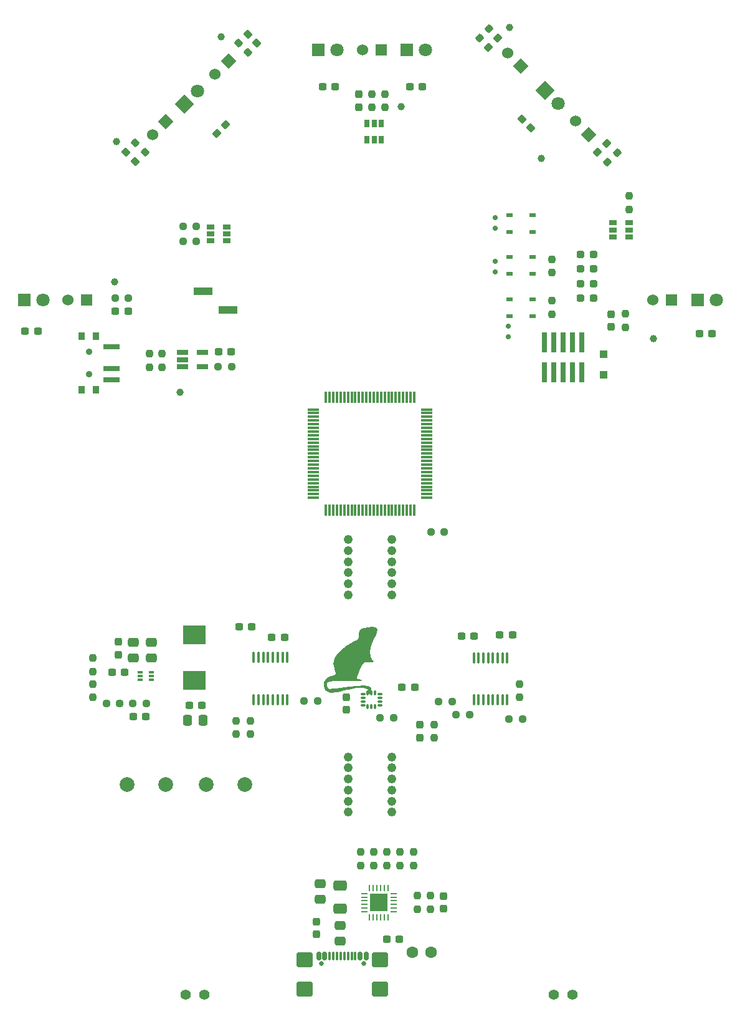
<source format=gbr>
%TF.GenerationSoftware,KiCad,Pcbnew,7.0.8-1.fc38*%
%TF.CreationDate,2023-12-06T13:29:32+01:00*%
%TF.ProjectId,frat,66726174-2e6b-4696-9361-645f70636258,rev?*%
%TF.SameCoordinates,Original*%
%TF.FileFunction,Soldermask,Top*%
%TF.FilePolarity,Negative*%
%FSLAX46Y46*%
G04 Gerber Fmt 4.6, Leading zero omitted, Abs format (unit mm)*
G04 Created by KiCad (PCBNEW 7.0.8-1.fc38) date 2023-12-06 13:29:32*
%MOMM*%
%LPD*%
G01*
G04 APERTURE LIST*
G04 Aperture macros list*
%AMRoundRect*
0 Rectangle with rounded corners*
0 $1 Rounding radius*
0 $2 $3 $4 $5 $6 $7 $8 $9 X,Y pos of 4 corners*
0 Add a 4 corners polygon primitive as box body*
4,1,4,$2,$3,$4,$5,$6,$7,$8,$9,$2,$3,0*
0 Add four circle primitives for the rounded corners*
1,1,$1+$1,$2,$3*
1,1,$1+$1,$4,$5*
1,1,$1+$1,$6,$7*
1,1,$1+$1,$8,$9*
0 Add four rect primitives between the rounded corners*
20,1,$1+$1,$2,$3,$4,$5,0*
20,1,$1+$1,$4,$5,$6,$7,0*
20,1,$1+$1,$6,$7,$8,$9,0*
20,1,$1+$1,$8,$9,$2,$3,0*%
%AMRotRect*
0 Rectangle, with rotation*
0 The origin of the aperture is its center*
0 $1 length*
0 $2 width*
0 $3 Rotation angle, in degrees counterclockwise*
0 Add horizontal line*
21,1,$1,$2,0,0,$3*%
G04 Aperture macros list end*
%ADD10RoundRect,0.150000X-0.200000X0.150000X-0.200000X-0.150000X0.200000X-0.150000X0.200000X0.150000X0*%
%ADD11RoundRect,0.150000X0.200000X-0.150000X0.200000X0.150000X-0.200000X0.150000X-0.200000X-0.150000X0*%
%ADD12C,1.000000*%
%ADD13C,2.000000*%
%ADD14RoundRect,0.237500X0.237500X-0.250000X0.237500X0.250000X-0.237500X0.250000X-0.237500X-0.250000X0*%
%ADD15RoundRect,0.237500X-0.250000X-0.237500X0.250000X-0.237500X0.250000X0.237500X-0.250000X0.237500X0*%
%ADD16C,1.400000*%
%ADD17R,2.510000X1.000000*%
%ADD18R,2.209800X0.762000*%
%ADD19C,0.889000*%
%ADD20R,0.812800X0.990600*%
%ADD21R,3.150400X2.611399*%
%ADD22RoundRect,0.237500X0.237500X-0.287500X0.237500X0.287500X-0.237500X0.287500X-0.237500X-0.287500X0*%
%ADD23RoundRect,0.237500X-0.300000X-0.237500X0.300000X-0.237500X0.300000X0.237500X-0.300000X0.237500X0*%
%ADD24RoundRect,0.237500X-0.237500X0.250000X-0.237500X-0.250000X0.237500X-0.250000X0.237500X0.250000X0*%
%ADD25RoundRect,0.237500X0.300000X0.237500X-0.300000X0.237500X-0.300000X-0.237500X0.300000X-0.237500X0*%
%ADD26RoundRect,0.250000X-0.337500X-0.475000X0.337500X-0.475000X0.337500X0.475000X-0.337500X0.475000X0*%
%ADD27RoundRect,0.087500X0.225000X0.087500X-0.225000X0.087500X-0.225000X-0.087500X0.225000X-0.087500X0*%
%ADD28RoundRect,0.087500X0.087500X0.225000X-0.087500X0.225000X-0.087500X-0.225000X0.087500X-0.225000X0*%
%ADD29C,1.244600*%
%ADD30RoundRect,0.237500X-0.044194X-0.380070X0.380070X0.044194X0.044194X0.380070X-0.380070X-0.044194X0*%
%ADD31RoundRect,0.237500X-0.237500X0.300000X-0.237500X-0.300000X0.237500X-0.300000X0.237500X0.300000X0*%
%ADD32R,0.965200X0.558800*%
%ADD33RotRect,1.524000X1.524000X225.000000*%
%ADD34C,1.524000*%
%ADD35R,1.800000X1.800000*%
%ADD36C,1.800000*%
%ADD37RoundRect,0.237500X0.287500X0.237500X-0.287500X0.237500X-0.287500X-0.237500X0.287500X-0.237500X0*%
%ADD38RoundRect,0.237500X-0.344715X0.008839X0.008839X-0.344715X0.344715X-0.008839X-0.008839X0.344715X0*%
%ADD39R,1.524000X1.524000*%
%ADD40RotRect,1.800000X1.800000X315.000000*%
%ADD41RoundRect,0.100000X0.100000X-0.637500X0.100000X0.637500X-0.100000X0.637500X-0.100000X-0.637500X0*%
%ADD42RoundRect,0.237500X0.250000X0.237500X-0.250000X0.237500X-0.250000X-0.237500X0.250000X-0.237500X0*%
%ADD43R,0.762000X2.794000*%
%ADD44RoundRect,0.250000X-0.475000X0.337500X-0.475000X-0.337500X0.475000X-0.337500X0.475000X0.337500X0*%
%ADD45R,1.560000X0.650000*%
%ADD46C,0.650000*%
%ADD47RoundRect,0.150000X-0.150000X-0.425000X0.150000X-0.425000X0.150000X0.425000X-0.150000X0.425000X0*%
%ADD48RoundRect,0.075000X-0.075000X-0.500000X0.075000X-0.500000X0.075000X0.500000X-0.075000X0.500000X0*%
%ADD49RoundRect,0.250000X-0.840000X-0.750000X0.840000X-0.750000X0.840000X0.750000X-0.840000X0.750000X0*%
%ADD50RoundRect,0.237500X0.044194X0.380070X-0.380070X-0.044194X-0.044194X-0.380070X0.380070X0.044194X0*%
%ADD51RotRect,1.800000X1.800000X45.000000*%
%ADD52RoundRect,0.250000X-0.300000X0.300000X-0.300000X-0.300000X0.300000X-0.300000X0.300000X0.300000X0*%
%ADD53RotRect,1.524000X1.524000X135.000000*%
%ADD54R,0.700000X0.340000*%
%ADD55R,0.990600X0.711200*%
%ADD56RoundRect,0.237500X0.380070X-0.044194X-0.044194X0.380070X-0.380070X0.044194X0.044194X-0.380070X0*%
%ADD57RoundRect,0.250000X0.650000X-0.412500X0.650000X0.412500X-0.650000X0.412500X-0.650000X-0.412500X0*%
%ADD58RoundRect,0.237500X0.008839X0.344715X-0.344715X-0.008839X-0.008839X-0.344715X0.344715X0.008839X0*%
%ADD59C,1.600200*%
%ADD60R,0.711200X0.990600*%
%ADD61RoundRect,0.250000X0.475000X-0.337500X0.475000X0.337500X-0.475000X0.337500X-0.475000X-0.337500X0*%
%ADD62RoundRect,0.062500X0.325000X0.062500X-0.325000X0.062500X-0.325000X-0.062500X0.325000X-0.062500X0*%
%ADD63RoundRect,0.062500X0.062500X0.325000X-0.062500X0.325000X-0.062500X-0.325000X0.062500X-0.325000X0*%
%ADD64R,2.450000X2.450000*%
%ADD65RoundRect,0.075000X-0.725000X-0.075000X0.725000X-0.075000X0.725000X0.075000X-0.725000X0.075000X0*%
%ADD66RoundRect,0.075000X-0.075000X-0.725000X0.075000X-0.725000X0.075000X0.725000X-0.075000X0.725000X0*%
%ADD67RoundRect,0.237500X-0.008839X-0.344715X0.344715X0.008839X0.008839X0.344715X-0.344715X-0.008839X0*%
%ADD68RoundRect,0.237500X-0.237500X0.287500X-0.237500X-0.287500X0.237500X-0.287500X0.237500X0.287500X0*%
%ADD69RoundRect,0.237500X-0.380070X0.044194X0.044194X-0.380070X0.380070X-0.044194X-0.044194X0.380070X0*%
G04 APERTURE END LIST*
%TO.C,G\u002A\u002A\u002A*%
G36*
X140852924Y-188407045D02*
G01*
X141017527Y-188750339D01*
X140807728Y-189416242D01*
X140520000Y-189989188D01*
X140163915Y-190870566D01*
X140004841Y-191729986D01*
X140058610Y-192405349D01*
X140255417Y-192698208D01*
X140523087Y-192985968D01*
X140332763Y-193161157D01*
X139787035Y-193160442D01*
X139288644Y-193155089D01*
X138968021Y-193409677D01*
X138670535Y-194048900D01*
X138663876Y-194066162D01*
X138399074Y-194745581D01*
X138217164Y-195197424D01*
X138190530Y-195258808D01*
X138354191Y-195424455D01*
X138850669Y-195564521D01*
X138938579Y-195617701D01*
X138570811Y-195658029D01*
X137820800Y-195680213D01*
X137212709Y-195682593D01*
X135907694Y-195679756D01*
X135041842Y-195694179D01*
X134525149Y-195744029D01*
X134267612Y-195847472D01*
X134179229Y-196022675D01*
X134169996Y-196287802D01*
X134170000Y-196296725D01*
X134219003Y-196625590D01*
X134456139Y-196759851D01*
X135016602Y-196742256D01*
X135426771Y-196694114D01*
X137092909Y-196491465D01*
X138309061Y-196366040D01*
X139148655Y-196317216D01*
X139685115Y-196344374D01*
X139991866Y-196446892D01*
X140142333Y-196624150D01*
X140154818Y-196654139D01*
X140167115Y-197170712D01*
X140050660Y-197374423D01*
X139841062Y-197452471D01*
X139817091Y-197158201D01*
X139627437Y-196773778D01*
X139044994Y-196587015D01*
X138171160Y-196606372D01*
X137107332Y-196840307D01*
X136881471Y-196913322D01*
X135557299Y-197251583D01*
X134562600Y-197266288D01*
X133929774Y-196968250D01*
X133691223Y-196368281D01*
X133750635Y-195868618D01*
X134115171Y-195275213D01*
X134673326Y-195044939D01*
X135167512Y-194904875D01*
X135306862Y-194643638D01*
X135177029Y-194079570D01*
X135157948Y-194017121D01*
X135027424Y-193298203D01*
X135192109Y-192655732D01*
X135404026Y-192257824D01*
X136002761Y-191548943D01*
X136900122Y-190830486D01*
X137891503Y-190256508D01*
X138266382Y-190102640D01*
X138442597Y-189803140D01*
X138470428Y-189336227D01*
X138522843Y-188838323D01*
X138887455Y-188583379D01*
X139235765Y-188496826D01*
X140272733Y-188338495D01*
X140852924Y-188407045D01*
G37*
G36*
X140855209Y-188405756D02*
G01*
X141019812Y-188749050D01*
X140810013Y-189414953D01*
X140522285Y-189987899D01*
X140166200Y-190869277D01*
X140007126Y-191728697D01*
X140060895Y-192404060D01*
X140257702Y-192696919D01*
X140525372Y-192984679D01*
X140335048Y-193159868D01*
X139789320Y-193159153D01*
X139290929Y-193153800D01*
X138970306Y-193408388D01*
X138672820Y-194047611D01*
X138666161Y-194064873D01*
X138401359Y-194744292D01*
X138219449Y-195196135D01*
X138192815Y-195257519D01*
X138356476Y-195423166D01*
X138852954Y-195563232D01*
X138940864Y-195616412D01*
X138573096Y-195656740D01*
X137823085Y-195678924D01*
X137214994Y-195681304D01*
X135909979Y-195678467D01*
X135044127Y-195692890D01*
X134527434Y-195742740D01*
X134269897Y-195846183D01*
X134181514Y-196021386D01*
X134172281Y-196286513D01*
X134172285Y-196295436D01*
X134221288Y-196624301D01*
X134458424Y-196758562D01*
X135018887Y-196740967D01*
X135429056Y-196692825D01*
X137095194Y-196490176D01*
X138311346Y-196364751D01*
X139150940Y-196315927D01*
X139687400Y-196343085D01*
X139994151Y-196445603D01*
X140144618Y-196622861D01*
X140157103Y-196652850D01*
X140169400Y-197169423D01*
X140052945Y-197373134D01*
X139843347Y-197451182D01*
X139819376Y-197156912D01*
X139629722Y-196772489D01*
X139047279Y-196585726D01*
X138173445Y-196605083D01*
X137109617Y-196839018D01*
X136883756Y-196912033D01*
X135559584Y-197250294D01*
X134564885Y-197264999D01*
X133932059Y-196966961D01*
X133693508Y-196366992D01*
X133752920Y-195867329D01*
X134117456Y-195273924D01*
X134675611Y-195043650D01*
X135169797Y-194903586D01*
X135309147Y-194642349D01*
X135179314Y-194078281D01*
X135160233Y-194015832D01*
X135029709Y-193296914D01*
X135194394Y-192654443D01*
X135406311Y-192256535D01*
X136005046Y-191547654D01*
X136902407Y-190829197D01*
X137893788Y-190255219D01*
X138268667Y-190101351D01*
X138444882Y-189801851D01*
X138472713Y-189334938D01*
X138525128Y-188837034D01*
X138889740Y-188582090D01*
X139238050Y-188495537D01*
X140275018Y-188337206D01*
X140855209Y-188405756D01*
G37*
%TD*%
D10*
%TO.C,D23*%
X157000000Y-134200000D03*
X157000000Y-132800000D03*
%TD*%
D11*
%TO.C,D22*%
X158750000Y-147550000D03*
X158750000Y-148950000D03*
%TD*%
D10*
%TO.C,D21*%
X157000000Y-140150000D03*
X157000000Y-138750000D03*
%TD*%
D12*
%TO.C,TP18*%
X178500000Y-149250000D03*
%TD*%
%TO.C,TP17*%
X163250000Y-124750000D03*
%TD*%
%TO.C,TP16*%
X159000000Y-107000000D03*
%TD*%
%TO.C,TP15*%
X144250000Y-117750000D03*
%TD*%
%TO.C,TP14*%
X119750000Y-108250000D03*
%TD*%
%TO.C,TP13*%
X105500000Y-122500000D03*
%TD*%
%TO.C,TP12*%
X105250000Y-141500000D03*
%TD*%
D13*
%TO.C,TP7*%
X107000000Y-209750000D03*
%TD*%
%TO.C,TP6*%
X112250000Y-209750000D03*
%TD*%
%TO.C,TP5*%
X117750000Y-209750000D03*
%TD*%
%TO.C,TP4*%
X123000000Y-209750000D03*
%TD*%
D14*
%TO.C,R53*%
X121750000Y-202912500D03*
X121750000Y-201087500D03*
%TD*%
D15*
%TO.C,R52*%
X149337500Y-198500000D03*
X151162500Y-198500000D03*
%TD*%
D16*
%TO.C,TP3*%
X164960000Y-238250000D03*
X167500000Y-238250000D03*
%TD*%
D17*
%TO.C,J8*%
X117344000Y-142748000D03*
X120654000Y-145288000D03*
%TD*%
D18*
%TO.C,B1*%
X104877550Y-150276999D03*
X104877550Y-153277001D03*
X104877550Y-154777001D03*
D19*
X101776850Y-151027010D03*
X101776850Y-154027010D03*
D20*
X100811850Y-148877000D03*
X102741850Y-148877000D03*
X100811850Y-156177000D03*
X102741850Y-156177000D03*
%TD*%
D21*
%TO.C,L1*%
X116078000Y-195628400D03*
X116078000Y-189435600D03*
%TD*%
D22*
%TO.C,D2*%
X146750000Y-203375000D03*
X146750000Y-201625000D03*
%TD*%
D23*
%TO.C,C8*%
X115417500Y-199000000D03*
X117142500Y-199000000D03*
%TD*%
D24*
%TO.C,R6*%
X102280000Y-196087500D03*
X102280000Y-197912500D03*
%TD*%
%TO.C,R35*%
X142000000Y-116000000D03*
X142000000Y-117825000D03*
%TD*%
D25*
%TO.C,C42*%
X154151500Y-189611000D03*
X152426500Y-189611000D03*
%TD*%
D24*
%TO.C,R49*%
X123750000Y-201087500D03*
X123750000Y-202912500D03*
%TD*%
%TO.C,R24*%
X164750000Y-138425000D03*
X164750000Y-140250000D03*
%TD*%
%TO.C,R17*%
X146431000Y-224837500D03*
X146431000Y-226662500D03*
%TD*%
D26*
%TO.C,C5*%
X115205000Y-201000000D03*
X117280000Y-201000000D03*
%TD*%
D15*
%TO.C,R31*%
X114587500Y-134000000D03*
X116412500Y-134000000D03*
%TD*%
D27*
%TO.C,U7*%
X141351000Y-198985000D03*
X141351000Y-198485000D03*
X141351000Y-197985000D03*
X141351000Y-197485000D03*
D28*
X140688500Y-197322500D03*
X140188500Y-197322500D03*
X139688500Y-197322500D03*
D27*
X139026000Y-197485000D03*
X139026000Y-197985000D03*
X139026000Y-198485000D03*
X139026000Y-198985000D03*
D28*
X139688500Y-199147500D03*
X140188500Y-199147500D03*
X140688500Y-199147500D03*
%TD*%
D29*
%TO.C,J7*%
X137000000Y-213500000D03*
X137000000Y-212000000D03*
X137000000Y-210500001D03*
X137000000Y-208999999D03*
X137000000Y-207499999D03*
X137000000Y-206000000D03*
%TD*%
D30*
%TO.C,C20*%
X170910974Y-123930734D03*
X172130734Y-122710974D03*
%TD*%
D31*
%TO.C,C21*%
X172750000Y-145887500D03*
X172750000Y-147612500D03*
%TD*%
D15*
%TO.C,R4*%
X104167500Y-198708900D03*
X105992500Y-198708900D03*
%TD*%
D32*
%TO.C,B2*%
X158927798Y-132450000D03*
X162072202Y-132450000D03*
X158927798Y-134750000D03*
X162072202Y-134750000D03*
%TD*%
D24*
%TO.C,R25*%
X164750000Y-144087500D03*
X164750000Y-145912500D03*
%TD*%
D33*
%TO.C,D14*%
X112250000Y-119750000D03*
D34*
X110453949Y-121546051D03*
%TD*%
D35*
%TO.C,D6*%
X184500000Y-144000000D03*
D36*
X187040000Y-144000000D03*
%TD*%
D14*
%TO.C,R9*%
X140462000Y-220749500D03*
X140462000Y-218924500D03*
%TD*%
D37*
%TO.C,D17*%
X170375000Y-137750000D03*
X168625000Y-137750000D03*
%TD*%
D38*
%TO.C,R41*%
X122108714Y-109100816D03*
X123399184Y-110391286D03*
%TD*%
D14*
%TO.C,R12*%
X145923000Y-220749500D03*
X145923000Y-218924500D03*
%TD*%
D31*
%TO.C,C7*%
X105780000Y-190387500D03*
X105780000Y-192112500D03*
%TD*%
D29*
%TO.C,J4*%
X143000000Y-176499999D03*
X143000000Y-177999999D03*
X143000000Y-179499998D03*
X143000000Y-181000000D03*
X143000000Y-182500000D03*
X143000000Y-183999999D03*
%TD*%
D35*
%TO.C,D4*%
X93000000Y-144000000D03*
D36*
X95540000Y-144000000D03*
%TD*%
D14*
%TO.C,R13*%
X142240000Y-220749500D03*
X142240000Y-218924500D03*
%TD*%
D39*
%TO.C,D16*%
X141500000Y-110000000D03*
D34*
X138960000Y-110000000D03*
%TD*%
D40*
%TO.C,D7*%
X163803949Y-115500000D03*
D36*
X165600000Y-117296051D03*
%TD*%
D41*
%TO.C,U6*%
X124200000Y-198225000D03*
X124850000Y-198225000D03*
X125500000Y-198225000D03*
X126150000Y-198225000D03*
X126800000Y-198225000D03*
X127450000Y-198225000D03*
X128100000Y-198225000D03*
X128750000Y-198225000D03*
X128750000Y-192500000D03*
X128100000Y-192500000D03*
X127450000Y-192500000D03*
X126800000Y-192500000D03*
X126150000Y-192500000D03*
X125500000Y-192500000D03*
X124850000Y-192500000D03*
X124200000Y-192500000D03*
%TD*%
D42*
%TO.C,R1*%
X121162500Y-153000000D03*
X119337500Y-153000000D03*
%TD*%
D41*
%TO.C,U5*%
X154100000Y-198250000D03*
X154750000Y-198250000D03*
X155400000Y-198250000D03*
X156050000Y-198250000D03*
X156700000Y-198250000D03*
X157350000Y-198250000D03*
X158000000Y-198250000D03*
X158650000Y-198250000D03*
X158650000Y-192525000D03*
X158000000Y-192525000D03*
X157350000Y-192525000D03*
X156700000Y-192525000D03*
X156050000Y-192525000D03*
X155400000Y-192525000D03*
X154750000Y-192525000D03*
X154100000Y-192525000D03*
%TD*%
D24*
%TO.C,R2*%
X111750000Y-151250000D03*
X111750000Y-153075000D03*
%TD*%
%TO.C,R3*%
X110000000Y-151250000D03*
X110000000Y-153075000D03*
%TD*%
D43*
%TO.C,J1*%
X163690000Y-153814000D03*
X163690000Y-149750000D03*
X164960000Y-153814000D03*
X164960000Y-149750000D03*
X166230000Y-153814000D03*
X166230000Y-149750000D03*
X167500000Y-153814000D03*
X167500000Y-149750000D03*
X168770000Y-153814000D03*
X168770000Y-149750000D03*
%TD*%
D44*
%TO.C,C9*%
X107780000Y-190462500D03*
X107780000Y-192537500D03*
%TD*%
D45*
%TO.C,U2*%
X114500000Y-151100000D03*
X114500000Y-152050000D03*
X114500000Y-153000000D03*
X117200000Y-153000000D03*
X117200000Y-151100000D03*
%TD*%
D42*
%TO.C,R47*%
X132865500Y-198374000D03*
X131040500Y-198374000D03*
%TD*%
D46*
%TO.C,J2*%
X133360000Y-234075000D03*
X139140000Y-234075000D03*
D47*
X133050000Y-233000000D03*
X133850000Y-233000000D03*
D48*
X135000000Y-233000000D03*
X136000000Y-233000000D03*
X136500000Y-233000000D03*
X137500000Y-233000000D03*
D47*
X138650000Y-233000000D03*
X139450000Y-233000000D03*
X139450000Y-233000000D03*
X138650000Y-233000000D03*
D48*
X138000000Y-233000000D03*
X137000000Y-233000000D03*
X135500000Y-233000000D03*
X134500000Y-233000000D03*
D47*
X133850000Y-233000000D03*
X133050000Y-233000000D03*
D49*
X131140000Y-233575000D03*
X131140000Y-237505000D03*
X141360000Y-233575000D03*
X141360000Y-237505000D03*
%TD*%
D16*
%TO.C,TP2*%
X117500000Y-238250000D03*
X114960000Y-238250000D03*
%TD*%
D32*
%TO.C,B3*%
X158927798Y-138100000D03*
X162072202Y-138100000D03*
X158927798Y-140400000D03*
X162072202Y-140400000D03*
%TD*%
D23*
%TO.C,C48*%
X184775000Y-148500000D03*
X186500000Y-148500000D03*
%TD*%
D50*
%TO.C,C47*%
X120359880Y-120140120D03*
X119140120Y-121359880D03*
%TD*%
D14*
%TO.C,R38*%
X174750000Y-147662500D03*
X174750000Y-145837500D03*
%TD*%
D31*
%TO.C,C26*%
X136750000Y-197887500D03*
X136750000Y-199612500D03*
%TD*%
D35*
%TO.C,D8*%
X133000000Y-110000000D03*
D36*
X135540000Y-110000000D03*
%TD*%
D38*
%TO.C,R40*%
X108104765Y-122604765D03*
X109395235Y-123895235D03*
%TD*%
D14*
%TO.C,R11*%
X144018000Y-220749500D03*
X144018000Y-218924500D03*
%TD*%
D25*
%TO.C,C6*%
X109542500Y-200508900D03*
X107817500Y-200508900D03*
%TD*%
D39*
%TO.C,D13*%
X101500000Y-144000000D03*
D34*
X98960000Y-144000000D03*
%TD*%
D23*
%TO.C,C27*%
X144331250Y-196500000D03*
X146056250Y-196500000D03*
%TD*%
D51*
%TO.C,D5*%
X114750000Y-117401562D03*
D36*
X116546051Y-115605511D03*
%TD*%
D37*
%TO.C,D18*%
X170375000Y-139750000D03*
X168625000Y-139750000D03*
%TD*%
D52*
%TO.C,D1*%
X171750000Y-151350000D03*
X171750000Y-154150000D03*
%TD*%
D24*
%TO.C,R33*%
X175250000Y-129837500D03*
X175250000Y-131662500D03*
%TD*%
D25*
%TO.C,C4*%
X106642500Y-194500000D03*
X104917500Y-194500000D03*
%TD*%
D24*
%TO.C,R50*%
X160274000Y-196087500D03*
X160274000Y-197912500D03*
%TD*%
D25*
%TO.C,C46*%
X94842500Y-148209000D03*
X93117500Y-148209000D03*
%TD*%
D23*
%TO.C,C2*%
X119387500Y-151000000D03*
X121112500Y-151000000D03*
%TD*%
D53*
%TO.C,D10*%
X160500000Y-112250000D03*
D34*
X158703949Y-110453949D03*
%TD*%
D53*
%TO.C,D11*%
X169750000Y-121500000D03*
D34*
X167953949Y-119703949D03*
%TD*%
D29*
%TO.C,J6*%
X137000000Y-184000001D03*
X137000000Y-182500001D03*
X137000000Y-181000002D03*
X137000000Y-179500000D03*
X137000000Y-178000000D03*
X137000000Y-176500001D03*
%TD*%
D54*
%TO.C,U3*%
X110280000Y-195500000D03*
X110280000Y-195000000D03*
X110280000Y-194500000D03*
X108780000Y-194500000D03*
X108780000Y-195000000D03*
X108780000Y-195500000D03*
%TD*%
D44*
%TO.C,C10*%
X110280000Y-190462500D03*
X110280000Y-192537500D03*
%TD*%
D23*
%TO.C,C44*%
X157633500Y-189400000D03*
X159358500Y-189400000D03*
%TD*%
D55*
%TO.C,Q2*%
X173000000Y-133500000D03*
X173000000Y-134450001D03*
X173000000Y-135400002D03*
X175199000Y-135400002D03*
X175199000Y-134450001D03*
X175199000Y-133500000D03*
%TD*%
D42*
%TO.C,R48*%
X153500000Y-200250000D03*
X151675000Y-200250000D03*
%TD*%
D14*
%TO.C,R7*%
X102280000Y-194421400D03*
X102280000Y-192596400D03*
%TD*%
D25*
%TO.C,C43*%
X123925500Y-188341000D03*
X122200500Y-188341000D03*
%TD*%
D56*
%TO.C,C23*%
X108059880Y-125159880D03*
X106840120Y-123940120D03*
%TD*%
D23*
%TO.C,C50*%
X133525000Y-115000000D03*
X135250000Y-115000000D03*
%TD*%
D31*
%TO.C,C25*%
X138500000Y-116050000D03*
X138500000Y-117775000D03*
%TD*%
D56*
%TO.C,C49*%
X161859880Y-120609880D03*
X160640120Y-119390120D03*
%TD*%
D55*
%TO.C,Q1*%
X120500000Y-135950001D03*
X120500000Y-135000000D03*
X120500000Y-134049999D03*
X118301000Y-134049999D03*
X118301000Y-135000000D03*
X118301000Y-135950001D03*
%TD*%
D42*
%TO.C,R46*%
X160712500Y-200900000D03*
X158887500Y-200900000D03*
%TD*%
D57*
%TO.C,C13*%
X135890000Y-226606500D03*
X135890000Y-223481500D03*
%TD*%
D15*
%TO.C,R5*%
X107767500Y-198708900D03*
X109592500Y-198708900D03*
%TD*%
D12*
%TO.C,TP1*%
X114173000Y-156464000D03*
%TD*%
D58*
%TO.C,R36*%
X156145235Y-107104765D03*
X154854765Y-108395235D03*
%TD*%
D39*
%TO.C,D12*%
X181000000Y-144000000D03*
D34*
X178460000Y-144000000D03*
%TD*%
D15*
%TO.C,R39*%
X105337500Y-143750000D03*
X107162500Y-143750000D03*
%TD*%
D22*
%TO.C,L2*%
X132715000Y-230110000D03*
X132715000Y-228360000D03*
%TD*%
D59*
%TO.C,J3*%
X145752899Y-232500000D03*
X148252899Y-232500000D03*
%TD*%
D32*
%TO.C,B4*%
X158927798Y-143850000D03*
X162072202Y-143850000D03*
X158927798Y-146150000D03*
X162072202Y-146150000D03*
%TD*%
D50*
%TO.C,C19*%
X157309880Y-108440120D03*
X156090120Y-109659880D03*
%TD*%
D60*
%TO.C,Q3*%
X139599998Y-122199000D03*
X140549999Y-122199000D03*
X141500000Y-122199000D03*
X141500000Y-120000000D03*
X140549999Y-120000000D03*
X139599998Y-120000000D03*
%TD*%
D24*
%TO.C,R16*%
X148209000Y-224837500D03*
X148209000Y-226662500D03*
%TD*%
D37*
%TO.C,D19*%
X170375000Y-141750000D03*
X168625000Y-141750000D03*
%TD*%
D61*
%TO.C,C11*%
X135890000Y-231000000D03*
X135890000Y-228925000D03*
%TD*%
D15*
%TO.C,R30*%
X114587500Y-136000000D03*
X116412500Y-136000000D03*
%TD*%
D33*
%TO.C,D15*%
X120750000Y-111500000D03*
D34*
X118953949Y-113296051D03*
%TD*%
D23*
%TO.C,C41*%
X142275000Y-230750000D03*
X144000000Y-230750000D03*
%TD*%
D14*
%TO.C,R8*%
X148750000Y-203412500D03*
X148750000Y-201587500D03*
%TD*%
D25*
%TO.C,C51*%
X147112500Y-115000000D03*
X145387500Y-115000000D03*
%TD*%
D44*
%TO.C,C12*%
X133223000Y-223244500D03*
X133223000Y-225319500D03*
%TD*%
D62*
%TO.C,U4*%
X143172000Y-227039500D03*
X143172000Y-226539500D03*
X143172000Y-226039500D03*
X143172000Y-225539500D03*
X143172000Y-225039500D03*
X143172000Y-224539500D03*
D63*
X142434500Y-223802000D03*
X141934500Y-223802000D03*
X141434500Y-223802000D03*
X140934500Y-223802000D03*
X140434500Y-223802000D03*
X139934500Y-223802000D03*
D62*
X139197000Y-224539500D03*
X139197000Y-225039500D03*
X139197000Y-225539500D03*
X139197000Y-226039500D03*
X139197000Y-226539500D03*
X139197000Y-227039500D03*
D63*
X139934500Y-227777000D03*
X140434500Y-227777000D03*
X140934500Y-227777000D03*
X141434500Y-227777000D03*
X141934500Y-227777000D03*
X142434500Y-227777000D03*
D64*
X141184500Y-225789500D03*
%TD*%
D23*
%TO.C,C22*%
X105387500Y-145500000D03*
X107112500Y-145500000D03*
%TD*%
D37*
%TO.C,D20*%
X170375000Y-143750000D03*
X168625000Y-143750000D03*
%TD*%
D15*
%TO.C,R29*%
X148287500Y-175500000D03*
X150112500Y-175500000D03*
%TD*%
D24*
%TO.C,R34*%
X140250000Y-116000000D03*
X140250000Y-117825000D03*
%TD*%
%TO.C,R10*%
X138684000Y-218924500D03*
X138684000Y-220749500D03*
%TD*%
D65*
%TO.C,U1*%
X132325000Y-158825000D03*
X132325000Y-159325000D03*
X132325000Y-159825000D03*
X132325000Y-160325000D03*
X132325000Y-160825000D03*
X132325000Y-161325000D03*
X132325000Y-161825000D03*
X132325000Y-162325000D03*
X132325000Y-162825000D03*
X132325000Y-163325000D03*
X132325000Y-163825000D03*
X132325000Y-164325000D03*
X132325000Y-164825000D03*
X132325000Y-165325000D03*
X132325000Y-165825000D03*
X132325000Y-166325000D03*
X132325000Y-166825000D03*
X132325000Y-167325000D03*
X132325000Y-167825000D03*
X132325000Y-168325000D03*
X132325000Y-168825000D03*
X132325000Y-169325000D03*
X132325000Y-169825000D03*
X132325000Y-170325000D03*
X132325000Y-170825000D03*
D66*
X134000000Y-172500000D03*
X134500000Y-172500000D03*
X135000000Y-172500000D03*
X135500000Y-172500000D03*
X136000000Y-172500000D03*
X136500000Y-172500000D03*
X137000000Y-172500000D03*
X137500000Y-172500000D03*
X138000000Y-172500000D03*
X138500000Y-172500000D03*
X139000000Y-172500000D03*
X139500000Y-172500000D03*
X140000000Y-172500000D03*
X140500000Y-172500000D03*
X141000000Y-172500000D03*
X141500000Y-172500000D03*
X142000000Y-172500000D03*
X142500000Y-172500000D03*
X143000000Y-172500000D03*
X143500000Y-172500000D03*
X144000000Y-172500000D03*
X144500000Y-172500000D03*
X145000000Y-172500000D03*
X145500000Y-172500000D03*
X146000000Y-172500000D03*
D65*
X147675000Y-170825000D03*
X147675000Y-170325000D03*
X147675000Y-169825000D03*
X147675000Y-169325000D03*
X147675000Y-168825000D03*
X147675000Y-168325000D03*
X147675000Y-167825000D03*
X147675000Y-167325000D03*
X147675000Y-166825000D03*
X147675000Y-166325000D03*
X147675000Y-165825000D03*
X147675000Y-165325000D03*
X147675000Y-164825000D03*
X147675000Y-164325000D03*
X147675000Y-163825000D03*
X147675000Y-163325000D03*
X147675000Y-162825000D03*
X147675000Y-162325000D03*
X147675000Y-161825000D03*
X147675000Y-161325000D03*
X147675000Y-160825000D03*
X147675000Y-160325000D03*
X147675000Y-159825000D03*
X147675000Y-159325000D03*
X147675000Y-158825000D03*
D66*
X146000000Y-157150000D03*
X145500000Y-157150000D03*
X145000000Y-157150000D03*
X144500000Y-157150000D03*
X144000000Y-157150000D03*
X143500000Y-157150000D03*
X143000000Y-157150000D03*
X142500000Y-157150000D03*
X142000000Y-157150000D03*
X141500000Y-157150000D03*
X141000000Y-157150000D03*
X140500000Y-157150000D03*
X140000000Y-157150000D03*
X139500000Y-157150000D03*
X139000000Y-157150000D03*
X138500000Y-157150000D03*
X138000000Y-157150000D03*
X137500000Y-157150000D03*
X137000000Y-157150000D03*
X136500000Y-157150000D03*
X136000000Y-157150000D03*
X135500000Y-157150000D03*
X135000000Y-157150000D03*
X134500000Y-157150000D03*
X134000000Y-157150000D03*
%TD*%
D29*
%TO.C,J5*%
X143000000Y-206000001D03*
X143000000Y-207500001D03*
X143000000Y-209000000D03*
X143000000Y-210500002D03*
X143000000Y-212000002D03*
X143000000Y-213500001D03*
%TD*%
D42*
%TO.C,R45*%
X143212500Y-200700000D03*
X141387500Y-200700000D03*
%TD*%
D67*
%TO.C,R37*%
X172285499Y-125256209D03*
X173575969Y-123965739D03*
%TD*%
D68*
%TO.C,D3*%
X149959000Y-224875000D03*
X149959000Y-226625000D03*
%TD*%
D23*
%TO.C,C45*%
X126645500Y-189738000D03*
X128370500Y-189738000D03*
%TD*%
D69*
%TO.C,C24*%
X123390120Y-107890120D03*
X124609880Y-109109880D03*
%TD*%
D35*
%TO.C,D9*%
X145000000Y-110000000D03*
D36*
X147540000Y-110000000D03*
%TD*%
M02*

</source>
